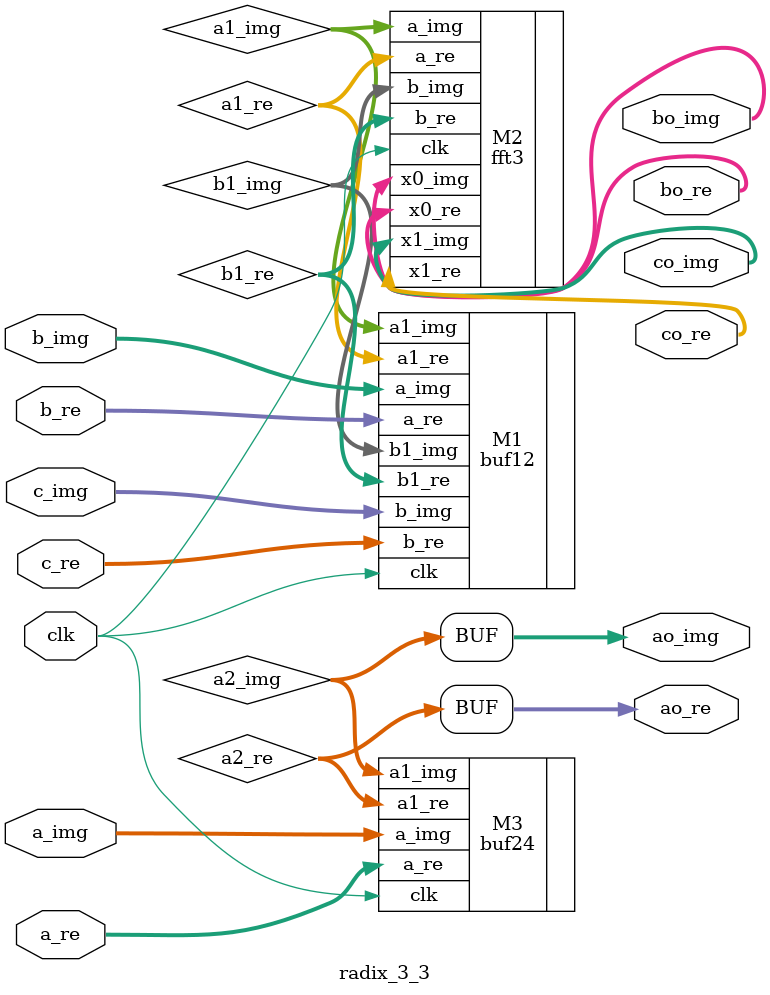
<source format=v>
`timescale 1ns / 1ps
module radix_3_3(
    input [31:0] a_re,
    input [31:0] b_re,
    input [31:0] c_re,
	 input [31:0] a_img,
	 input [31:0] b_img,
	 input [31:0] c_img,
    output [31:0] ao_re,
    output  [31:0] bo_re,
    output [31:0] co_re,
	 output  [31:0] ao_img,
	 output  [31:0] bo_img,
	 output  [31:0] co_img,
    input clk
    );
wire [31:0] a1_re,a1_img,b1_re,b1_img;
wire [31:0] a2_re,a2_img;
assign ao_re=a2_re,ao_img=a2_img;
buf12 M1 (.a_re(b_re),.b_re(c_re),.a_img(b_img),.b_img(c_img),.clk(clk),.a1_re(a1_re),.b1_re(b1_re),.a1_img(a1_img),.b1_img(b1_img));
fft3 M2 (.a_re(a1_re),.b_re(b1_re),.a_img(a1_img),.b_img(b1_img),.clk(clk),.x0_re(bo_re),.x0_img(bo_img),.x1_re(co_re),.x1_img(co_img));
buf24 M3 (.a_re(a_re),.a_img(a_img),.clk(clk),.a1_re(a2_re),.a1_img(a2_img));
endmodule

</source>
